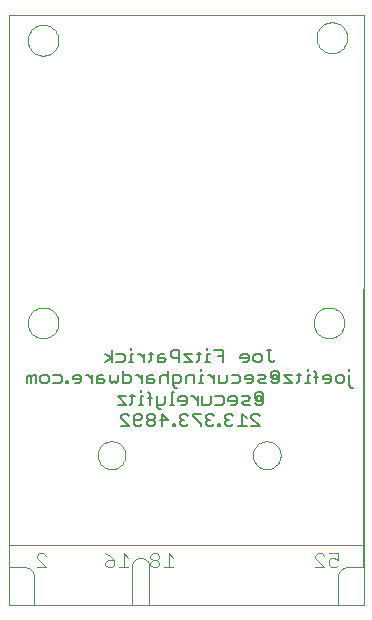
<source format=gbo>
G75*
%MOIN*%
%OFA0B0*%
%FSLAX24Y24*%
%IPPOS*%
%LPD*%
%AMOC8*
5,1,8,0,0,1.08239X$1,22.5*
%
%ADD10C,0.0000*%
%ADD11C,0.0060*%
%ADD12C,0.0040*%
D10*
X000180Y002833D02*
X000180Y022518D01*
X011991Y022518D01*
X011991Y002833D01*
X000180Y002833D01*
X001017Y003776D02*
X001015Y003809D01*
X001010Y003841D01*
X001002Y003873D01*
X000990Y003904D01*
X000975Y003934D01*
X000957Y003961D01*
X000936Y003987D01*
X000913Y004010D01*
X000887Y004031D01*
X000860Y004049D01*
X000830Y004064D01*
X000799Y004076D01*
X000767Y004084D01*
X000735Y004089D01*
X000702Y004091D01*
X000170Y004091D01*
X000170Y013383D01*
X000800Y012241D02*
X000802Y012286D01*
X000808Y012330D01*
X000817Y012374D01*
X000831Y012416D01*
X000848Y012457D01*
X000869Y012497D01*
X000893Y012535D01*
X000920Y012570D01*
X000950Y012603D01*
X000983Y012633D01*
X001018Y012660D01*
X001056Y012684D01*
X001096Y012705D01*
X001137Y012722D01*
X001179Y012736D01*
X001223Y012745D01*
X001267Y012751D01*
X001312Y012753D01*
X001357Y012751D01*
X001401Y012745D01*
X001445Y012736D01*
X001487Y012722D01*
X001528Y012705D01*
X001568Y012684D01*
X001606Y012660D01*
X001641Y012633D01*
X001674Y012603D01*
X001704Y012570D01*
X001731Y012535D01*
X001755Y012497D01*
X001776Y012457D01*
X001793Y012416D01*
X001807Y012374D01*
X001816Y012330D01*
X001822Y012286D01*
X001824Y012241D01*
X001822Y012196D01*
X001816Y012152D01*
X001807Y012108D01*
X001793Y012066D01*
X001776Y012025D01*
X001755Y011985D01*
X001731Y011947D01*
X001704Y011912D01*
X001674Y011879D01*
X001641Y011849D01*
X001606Y011822D01*
X001568Y011798D01*
X001528Y011777D01*
X001487Y011760D01*
X001445Y011746D01*
X001401Y011737D01*
X001357Y011731D01*
X001312Y011729D01*
X001267Y011731D01*
X001223Y011737D01*
X001179Y011746D01*
X001137Y011760D01*
X001096Y011777D01*
X001056Y011798D01*
X001018Y011822D01*
X000983Y011849D01*
X000950Y011879D01*
X000920Y011912D01*
X000893Y011947D01*
X000869Y011985D01*
X000848Y012025D01*
X000831Y012066D01*
X000817Y012108D01*
X000808Y012152D01*
X000802Y012196D01*
X000800Y012241D01*
X003130Y007833D02*
X003132Y007876D01*
X003138Y007918D01*
X003148Y007960D01*
X003161Y008000D01*
X003179Y008039D01*
X003199Y008077D01*
X003224Y008112D01*
X003251Y008145D01*
X003281Y008175D01*
X003314Y008202D01*
X003349Y008227D01*
X003387Y008247D01*
X003426Y008265D01*
X003466Y008278D01*
X003508Y008288D01*
X003550Y008294D01*
X003593Y008296D01*
X003636Y008294D01*
X003678Y008288D01*
X003720Y008278D01*
X003760Y008265D01*
X003799Y008247D01*
X003837Y008227D01*
X003872Y008202D01*
X003905Y008175D01*
X003935Y008145D01*
X003962Y008112D01*
X003987Y008077D01*
X004007Y008039D01*
X004025Y008000D01*
X004038Y007960D01*
X004048Y007918D01*
X004054Y007876D01*
X004056Y007833D01*
X004054Y007790D01*
X004048Y007748D01*
X004038Y007706D01*
X004025Y007666D01*
X004007Y007627D01*
X003987Y007589D01*
X003962Y007554D01*
X003935Y007521D01*
X003905Y007491D01*
X003872Y007464D01*
X003837Y007439D01*
X003799Y007419D01*
X003760Y007401D01*
X003720Y007388D01*
X003678Y007378D01*
X003636Y007372D01*
X003593Y007370D01*
X003550Y007372D01*
X003508Y007378D01*
X003466Y007388D01*
X003426Y007401D01*
X003387Y007419D01*
X003349Y007439D01*
X003314Y007464D01*
X003281Y007491D01*
X003251Y007521D01*
X003224Y007554D01*
X003199Y007589D01*
X003179Y007627D01*
X003161Y007666D01*
X003148Y007706D01*
X003138Y007748D01*
X003132Y007790D01*
X003130Y007833D01*
X004265Y004111D02*
X004265Y002831D01*
X001017Y002831D01*
X001017Y003776D01*
X000170Y004839D02*
X011981Y004839D01*
X011981Y004091D02*
X011981Y013383D01*
X010327Y012241D02*
X010329Y012286D01*
X010335Y012330D01*
X010344Y012374D01*
X010358Y012416D01*
X010375Y012457D01*
X010396Y012497D01*
X010420Y012535D01*
X010447Y012570D01*
X010477Y012603D01*
X010510Y012633D01*
X010545Y012660D01*
X010583Y012684D01*
X010623Y012705D01*
X010664Y012722D01*
X010706Y012736D01*
X010750Y012745D01*
X010794Y012751D01*
X010839Y012753D01*
X010884Y012751D01*
X010928Y012745D01*
X010972Y012736D01*
X011014Y012722D01*
X011055Y012705D01*
X011095Y012684D01*
X011133Y012660D01*
X011168Y012633D01*
X011201Y012603D01*
X011231Y012570D01*
X011258Y012535D01*
X011282Y012497D01*
X011303Y012457D01*
X011320Y012416D01*
X011334Y012374D01*
X011343Y012330D01*
X011349Y012286D01*
X011351Y012241D01*
X011349Y012196D01*
X011343Y012152D01*
X011334Y012108D01*
X011320Y012066D01*
X011303Y012025D01*
X011282Y011985D01*
X011258Y011947D01*
X011231Y011912D01*
X011201Y011879D01*
X011168Y011849D01*
X011133Y011822D01*
X011095Y011798D01*
X011055Y011777D01*
X011014Y011760D01*
X010972Y011746D01*
X010928Y011737D01*
X010884Y011731D01*
X010839Y011729D01*
X010794Y011731D01*
X010750Y011737D01*
X010706Y011746D01*
X010664Y011760D01*
X010623Y011777D01*
X010583Y011798D01*
X010545Y011822D01*
X010510Y011849D01*
X010477Y011879D01*
X010447Y011912D01*
X010420Y011947D01*
X010396Y011985D01*
X010375Y012025D01*
X010358Y012066D01*
X010344Y012108D01*
X010335Y012152D01*
X010329Y012196D01*
X010327Y012241D01*
X008304Y007833D02*
X008306Y007876D01*
X008312Y007918D01*
X008322Y007960D01*
X008335Y008000D01*
X008353Y008039D01*
X008373Y008077D01*
X008398Y008112D01*
X008425Y008145D01*
X008455Y008175D01*
X008488Y008202D01*
X008523Y008227D01*
X008561Y008247D01*
X008600Y008265D01*
X008640Y008278D01*
X008682Y008288D01*
X008724Y008294D01*
X008767Y008296D01*
X008810Y008294D01*
X008852Y008288D01*
X008894Y008278D01*
X008934Y008265D01*
X008973Y008247D01*
X009011Y008227D01*
X009046Y008202D01*
X009079Y008175D01*
X009109Y008145D01*
X009136Y008112D01*
X009161Y008077D01*
X009181Y008039D01*
X009199Y008000D01*
X009212Y007960D01*
X009222Y007918D01*
X009228Y007876D01*
X009230Y007833D01*
X009228Y007790D01*
X009222Y007748D01*
X009212Y007706D01*
X009199Y007666D01*
X009181Y007627D01*
X009161Y007589D01*
X009136Y007554D01*
X009109Y007521D01*
X009079Y007491D01*
X009046Y007464D01*
X009011Y007439D01*
X008973Y007419D01*
X008934Y007401D01*
X008894Y007388D01*
X008852Y007378D01*
X008810Y007372D01*
X008767Y007370D01*
X008724Y007372D01*
X008682Y007378D01*
X008640Y007388D01*
X008600Y007401D01*
X008561Y007419D01*
X008523Y007439D01*
X008488Y007464D01*
X008455Y007491D01*
X008425Y007521D01*
X008398Y007554D01*
X008373Y007589D01*
X008353Y007627D01*
X008335Y007666D01*
X008322Y007706D01*
X008312Y007748D01*
X008306Y007790D01*
X008304Y007833D01*
X011135Y003776D02*
X011135Y002831D01*
X004855Y002831D01*
X004855Y004111D01*
X004853Y004144D01*
X004848Y004177D01*
X004838Y004208D01*
X004826Y004239D01*
X004810Y004268D01*
X004791Y004295D01*
X004769Y004320D01*
X004744Y004342D01*
X004717Y004361D01*
X004688Y004377D01*
X004657Y004389D01*
X004626Y004399D01*
X004593Y004404D01*
X004560Y004406D01*
X004527Y004404D01*
X004494Y004399D01*
X004463Y004389D01*
X004432Y004377D01*
X004403Y004361D01*
X004376Y004342D01*
X004351Y004320D01*
X004329Y004295D01*
X004310Y004268D01*
X004294Y004239D01*
X004282Y004208D01*
X004272Y004177D01*
X004267Y004144D01*
X004265Y004111D01*
X011450Y004091D02*
X011981Y004091D01*
X011450Y004091D02*
X011417Y004089D01*
X011385Y004084D01*
X011353Y004076D01*
X011322Y004064D01*
X011293Y004049D01*
X011265Y004031D01*
X011239Y004010D01*
X011216Y003987D01*
X011195Y003961D01*
X011177Y003934D01*
X011162Y003904D01*
X011150Y003873D01*
X011142Y003841D01*
X011137Y003809D01*
X011135Y003776D01*
X010426Y021749D02*
X010428Y021794D01*
X010434Y021838D01*
X010443Y021882D01*
X010457Y021924D01*
X010474Y021965D01*
X010495Y022005D01*
X010519Y022043D01*
X010546Y022078D01*
X010576Y022111D01*
X010609Y022141D01*
X010644Y022168D01*
X010682Y022192D01*
X010722Y022213D01*
X010763Y022230D01*
X010805Y022244D01*
X010849Y022253D01*
X010893Y022259D01*
X010938Y022261D01*
X010983Y022259D01*
X011027Y022253D01*
X011071Y022244D01*
X011113Y022230D01*
X011154Y022213D01*
X011194Y022192D01*
X011232Y022168D01*
X011267Y022141D01*
X011300Y022111D01*
X011330Y022078D01*
X011357Y022043D01*
X011381Y022005D01*
X011402Y021965D01*
X011419Y021924D01*
X011433Y021882D01*
X011442Y021838D01*
X011448Y021794D01*
X011450Y021749D01*
X011448Y021704D01*
X011442Y021660D01*
X011433Y021616D01*
X011419Y021574D01*
X011402Y021533D01*
X011381Y021493D01*
X011357Y021455D01*
X011330Y021420D01*
X011300Y021387D01*
X011267Y021357D01*
X011232Y021330D01*
X011194Y021306D01*
X011154Y021285D01*
X011113Y021268D01*
X011071Y021254D01*
X011027Y021245D01*
X010983Y021239D01*
X010938Y021237D01*
X010893Y021239D01*
X010849Y021245D01*
X010805Y021254D01*
X010763Y021268D01*
X010722Y021285D01*
X010682Y021306D01*
X010644Y021330D01*
X010609Y021357D01*
X010576Y021387D01*
X010546Y021420D01*
X010519Y021455D01*
X010495Y021493D01*
X010474Y021533D01*
X010457Y021574D01*
X010443Y021616D01*
X010434Y021660D01*
X010428Y021704D01*
X010426Y021749D01*
X000800Y021663D02*
X000802Y021708D01*
X000808Y021752D01*
X000817Y021796D01*
X000831Y021838D01*
X000848Y021879D01*
X000869Y021919D01*
X000893Y021957D01*
X000920Y021992D01*
X000950Y022025D01*
X000983Y022055D01*
X001018Y022082D01*
X001056Y022106D01*
X001096Y022127D01*
X001137Y022144D01*
X001179Y022158D01*
X001223Y022167D01*
X001267Y022173D01*
X001312Y022175D01*
X001357Y022173D01*
X001401Y022167D01*
X001445Y022158D01*
X001487Y022144D01*
X001528Y022127D01*
X001568Y022106D01*
X001606Y022082D01*
X001641Y022055D01*
X001674Y022025D01*
X001704Y021992D01*
X001731Y021957D01*
X001755Y021919D01*
X001776Y021879D01*
X001793Y021838D01*
X001807Y021796D01*
X001816Y021752D01*
X001822Y021708D01*
X001824Y021663D01*
X001822Y021618D01*
X001816Y021574D01*
X001807Y021530D01*
X001793Y021488D01*
X001776Y021447D01*
X001755Y021407D01*
X001731Y021369D01*
X001704Y021334D01*
X001674Y021301D01*
X001641Y021271D01*
X001606Y021244D01*
X001568Y021220D01*
X001528Y021199D01*
X001487Y021182D01*
X001445Y021168D01*
X001401Y021159D01*
X001357Y021153D01*
X001312Y021151D01*
X001267Y021153D01*
X001223Y021159D01*
X001179Y021168D01*
X001137Y021182D01*
X001096Y021199D01*
X001056Y021220D01*
X001018Y021244D01*
X000983Y021271D01*
X000950Y021301D01*
X000920Y021334D01*
X000893Y021369D01*
X000869Y021407D01*
X000848Y021447D01*
X000831Y021488D01*
X000817Y021530D01*
X000808Y021574D01*
X000802Y021618D01*
X000800Y021663D01*
D11*
X003597Y011347D02*
X003597Y010934D01*
X003597Y011072D02*
X003390Y011209D01*
X003597Y011072D02*
X003390Y010934D01*
X003310Y010501D02*
X003173Y010501D01*
X003104Y010432D01*
X003104Y010226D01*
X003310Y010226D01*
X003379Y010294D01*
X003310Y010363D01*
X003104Y010363D01*
X002944Y010363D02*
X002807Y010501D01*
X002738Y010501D01*
X002582Y010432D02*
X002582Y010294D01*
X002513Y010226D01*
X002375Y010226D01*
X002306Y010363D02*
X002306Y010432D01*
X002375Y010501D01*
X002513Y010501D01*
X002582Y010432D01*
X002582Y010363D02*
X002306Y010363D01*
X002147Y010294D02*
X002078Y010294D01*
X002078Y010226D01*
X002147Y010226D01*
X002147Y010294D01*
X001929Y010294D02*
X001860Y010226D01*
X001654Y010226D01*
X001494Y010294D02*
X001494Y010432D01*
X001425Y010501D01*
X001288Y010501D01*
X001219Y010432D01*
X001219Y010294D01*
X001288Y010226D01*
X001425Y010226D01*
X001494Y010294D01*
X001654Y010501D02*
X001860Y010501D01*
X001929Y010432D01*
X001929Y010294D01*
X001059Y010226D02*
X001059Y010501D01*
X000990Y010501D01*
X000921Y010432D01*
X000853Y010501D01*
X000784Y010432D01*
X000784Y010226D01*
X000921Y010226D02*
X000921Y010432D01*
X002944Y010501D02*
X002944Y010226D01*
X003539Y010294D02*
X003539Y010501D01*
X003539Y010294D02*
X003608Y010226D01*
X003677Y010294D01*
X003745Y010226D01*
X003814Y010294D01*
X003814Y010501D01*
X003974Y010501D02*
X004180Y010501D01*
X004249Y010432D01*
X004249Y010294D01*
X004180Y010226D01*
X003974Y010226D01*
X003974Y010638D01*
X003963Y010934D02*
X003756Y010934D01*
X003756Y011209D02*
X003963Y011209D01*
X004032Y011141D01*
X004032Y011003D01*
X003963Y010934D01*
X004184Y010934D02*
X004322Y010934D01*
X004253Y010934D02*
X004253Y011209D01*
X004322Y011209D01*
X004253Y011347D02*
X004253Y011416D01*
X004478Y011209D02*
X004547Y011209D01*
X004684Y011072D01*
X004684Y011209D02*
X004684Y010934D01*
X004837Y010934D02*
X004905Y011003D01*
X004905Y011278D01*
X004837Y011209D02*
X004974Y011209D01*
X005134Y011141D02*
X005134Y010934D01*
X005340Y010934D01*
X005409Y011003D01*
X005340Y011072D01*
X005134Y011072D01*
X005134Y011141D02*
X005203Y011209D01*
X005340Y011209D01*
X005569Y011141D02*
X005638Y011072D01*
X005844Y011072D01*
X005844Y010934D02*
X005844Y011347D01*
X005638Y011347D01*
X005569Y011278D01*
X005569Y011141D01*
X005482Y010638D02*
X005482Y010226D01*
X005642Y010226D02*
X005848Y010226D01*
X005917Y010294D01*
X005917Y010432D01*
X005848Y010501D01*
X005642Y010501D01*
X005642Y010157D01*
X005710Y010088D01*
X005779Y010088D01*
X005663Y009930D02*
X005594Y009930D01*
X005594Y009517D01*
X005663Y009517D02*
X005525Y009517D01*
X005373Y009586D02*
X005373Y009792D01*
X005373Y009586D02*
X005304Y009517D01*
X005098Y009517D01*
X005098Y009448D02*
X005167Y009379D01*
X005235Y009379D01*
X005275Y009221D02*
X005482Y009015D01*
X005207Y009015D01*
X005047Y009083D02*
X005047Y009152D01*
X004978Y009221D01*
X004840Y009221D01*
X004772Y009152D01*
X004772Y009083D01*
X004840Y009015D01*
X004978Y009015D01*
X005047Y009083D01*
X004978Y009015D02*
X005047Y008946D01*
X005047Y008877D01*
X004978Y008808D01*
X004840Y008808D01*
X004772Y008877D01*
X004772Y008946D01*
X004840Y009015D01*
X004612Y009083D02*
X004543Y009015D01*
X004336Y009015D01*
X004336Y009152D02*
X004336Y008877D01*
X004405Y008808D01*
X004543Y008808D01*
X004612Y008877D01*
X004612Y009083D02*
X004612Y009152D01*
X004543Y009221D01*
X004405Y009221D01*
X004336Y009152D01*
X004177Y009152D02*
X004108Y009221D01*
X003970Y009221D01*
X003901Y009152D01*
X003901Y009083D01*
X004177Y008808D01*
X003901Y008808D01*
X003793Y009517D02*
X004068Y009517D01*
X003793Y009792D01*
X004068Y009792D01*
X004220Y009792D02*
X004358Y009792D01*
X004289Y009861D02*
X004289Y009586D01*
X004220Y009517D01*
X004510Y009517D02*
X004648Y009517D01*
X004579Y009517D02*
X004579Y009792D01*
X004648Y009792D01*
X004579Y009930D02*
X004579Y009998D01*
X004612Y010226D02*
X004612Y010501D01*
X004612Y010363D02*
X004474Y010501D01*
X004405Y010501D01*
X004772Y010432D02*
X004772Y010226D01*
X004978Y010226D01*
X005047Y010294D01*
X004978Y010363D01*
X004772Y010363D01*
X004772Y010432D02*
X004840Y010501D01*
X004978Y010501D01*
X005207Y010432D02*
X005207Y010226D01*
X005207Y010432D02*
X005275Y010501D01*
X005413Y010501D01*
X005482Y010432D01*
X005892Y009792D02*
X005823Y009723D01*
X005823Y009654D01*
X006098Y009654D01*
X006098Y009586D02*
X006098Y009723D01*
X006029Y009792D01*
X005892Y009792D01*
X005892Y009517D02*
X006029Y009517D01*
X006098Y009586D01*
X006254Y009792D02*
X006323Y009792D01*
X006461Y009654D01*
X006461Y009517D02*
X006461Y009792D01*
X006620Y009792D02*
X006620Y009517D01*
X006827Y009517D01*
X006896Y009586D01*
X006896Y009792D01*
X007055Y009792D02*
X007262Y009792D01*
X007331Y009723D01*
X007331Y009586D01*
X007262Y009517D01*
X007055Y009517D01*
X006935Y009221D02*
X006798Y009221D01*
X006729Y009152D01*
X006729Y009083D01*
X006798Y009015D01*
X006729Y008946D01*
X006729Y008877D01*
X006798Y008808D01*
X006935Y008808D01*
X007004Y008877D01*
X007153Y008877D02*
X007153Y008808D01*
X007222Y008808D01*
X007222Y008877D01*
X007153Y008877D01*
X007004Y009152D02*
X006935Y009221D01*
X006867Y009015D02*
X006798Y009015D01*
X006569Y008877D02*
X006569Y008808D01*
X006569Y008877D02*
X006294Y009152D01*
X006294Y009221D01*
X006569Y009221D01*
X006134Y009152D02*
X006065Y009221D01*
X005928Y009221D01*
X005859Y009152D01*
X005859Y009083D01*
X005928Y009015D01*
X005859Y008946D01*
X005859Y008877D01*
X005928Y008808D01*
X006065Y008808D01*
X006134Y008877D01*
X005997Y009015D02*
X005928Y009015D01*
X005699Y008877D02*
X005699Y008808D01*
X005630Y008808D01*
X005630Y008877D01*
X005699Y008877D01*
X005275Y008808D02*
X005275Y009221D01*
X005098Y009448D02*
X005098Y009792D01*
X004938Y009723D02*
X004800Y009723D01*
X004869Y009861D02*
X004800Y009930D01*
X004869Y009861D02*
X004869Y009517D01*
X006077Y010226D02*
X006077Y010432D01*
X006145Y010501D01*
X006352Y010501D01*
X006352Y010226D01*
X006504Y010226D02*
X006642Y010226D01*
X006573Y010226D02*
X006573Y010501D01*
X006642Y010501D01*
X006573Y010638D02*
X006573Y010707D01*
X006432Y010934D02*
X006500Y011003D01*
X006500Y011278D01*
X006432Y011209D02*
X006569Y011209D01*
X006790Y011209D02*
X006790Y010934D01*
X006722Y010934D02*
X006859Y010934D01*
X006859Y011209D02*
X006790Y011209D01*
X006790Y011347D02*
X006790Y011416D01*
X007019Y011347D02*
X007294Y011347D01*
X007294Y010934D01*
X007294Y011141D02*
X007157Y011141D01*
X007164Y010501D02*
X007164Y010226D01*
X007371Y010226D01*
X007439Y010294D01*
X007439Y010501D01*
X007599Y010501D02*
X007806Y010501D01*
X007874Y010432D01*
X007874Y010294D01*
X007806Y010226D01*
X007599Y010226D01*
X007559Y009792D02*
X007490Y009723D01*
X007490Y009654D01*
X007766Y009654D01*
X007766Y009586D02*
X007766Y009723D01*
X007697Y009792D01*
X007559Y009792D01*
X007559Y009517D02*
X007697Y009517D01*
X007766Y009586D01*
X007925Y009586D02*
X007994Y009654D01*
X008132Y009654D01*
X008201Y009723D01*
X008132Y009792D01*
X007925Y009792D01*
X007925Y009586D02*
X007994Y009517D01*
X008201Y009517D01*
X008360Y009586D02*
X008429Y009517D01*
X008567Y009517D01*
X008636Y009586D01*
X008636Y009861D01*
X008567Y009930D01*
X008429Y009930D01*
X008360Y009861D01*
X008360Y009723D01*
X008429Y009654D01*
X008429Y009792D01*
X008567Y009792D01*
X008567Y009654D01*
X008429Y009654D01*
X008458Y009221D02*
X008320Y009221D01*
X008252Y009152D01*
X008252Y009083D01*
X008527Y008808D01*
X008252Y008808D01*
X008092Y008808D02*
X007817Y008808D01*
X007954Y008808D02*
X007954Y009221D01*
X008092Y009083D01*
X008458Y009221D02*
X008527Y009152D01*
X008538Y010226D02*
X008469Y010294D01*
X008538Y010363D01*
X008676Y010363D01*
X008744Y010432D01*
X008676Y010501D01*
X008469Y010501D01*
X008309Y010432D02*
X008309Y010294D01*
X008241Y010226D01*
X008103Y010226D01*
X008034Y010363D02*
X008309Y010363D01*
X008309Y010432D02*
X008241Y010501D01*
X008103Y010501D01*
X008034Y010432D01*
X008034Y010363D01*
X008096Y010934D02*
X007958Y010934D01*
X008096Y010934D02*
X008164Y011003D01*
X008164Y011141D01*
X008096Y011209D01*
X007958Y011209D01*
X007889Y011141D01*
X007889Y011072D01*
X008164Y011072D01*
X008324Y011141D02*
X008393Y011209D01*
X008531Y011209D01*
X008599Y011141D01*
X008599Y011003D01*
X008531Y010934D01*
X008393Y010934D01*
X008324Y011003D01*
X008324Y011141D01*
X008759Y011347D02*
X008897Y011347D01*
X008828Y011347D02*
X008828Y011003D01*
X008897Y010934D01*
X008966Y010934D01*
X009034Y011003D01*
X008973Y010638D02*
X008904Y010570D01*
X008904Y010432D01*
X008973Y010363D01*
X008973Y010501D01*
X009111Y010501D01*
X009111Y010363D01*
X008973Y010363D01*
X008904Y010294D02*
X008973Y010226D01*
X009111Y010226D01*
X009179Y010294D01*
X009179Y010570D01*
X009111Y010638D01*
X008973Y010638D01*
X008744Y010226D02*
X008538Y010226D01*
X009339Y010226D02*
X009614Y010226D01*
X009339Y010501D01*
X009614Y010501D01*
X009767Y010501D02*
X009904Y010501D01*
X009836Y010570D02*
X009836Y010294D01*
X009767Y010226D01*
X010057Y010226D02*
X010194Y010226D01*
X010126Y010226D02*
X010126Y010501D01*
X010194Y010501D01*
X010126Y010638D02*
X010126Y010707D01*
X010347Y010638D02*
X010416Y010570D01*
X010416Y010226D01*
X010484Y010432D02*
X010347Y010432D01*
X010644Y010432D02*
X010644Y010363D01*
X010919Y010363D01*
X010919Y010294D02*
X010919Y010432D01*
X010851Y010501D01*
X010713Y010501D01*
X010644Y010432D01*
X010713Y010226D02*
X010851Y010226D01*
X010919Y010294D01*
X011079Y010294D02*
X011079Y010432D01*
X011148Y010501D01*
X011286Y010501D01*
X011354Y010432D01*
X011354Y010294D01*
X011286Y010226D01*
X011148Y010226D01*
X011079Y010294D01*
X011507Y010157D02*
X011507Y010501D01*
X011507Y010638D02*
X011507Y010707D01*
X011507Y010157D02*
X011576Y010088D01*
X011644Y010088D01*
X007657Y009152D02*
X007588Y009221D01*
X007450Y009221D01*
X007382Y009152D01*
X007382Y009083D01*
X007450Y009015D01*
X007382Y008946D01*
X007382Y008877D01*
X007450Y008808D01*
X007588Y008808D01*
X007657Y008877D01*
X007519Y009015D02*
X007450Y009015D01*
X007004Y010226D02*
X007004Y010501D01*
X006867Y010501D02*
X007004Y010363D01*
X006867Y010501D02*
X006798Y010501D01*
X006279Y010934D02*
X006004Y010934D01*
X006004Y011209D02*
X006279Y010934D01*
X006279Y011209D02*
X006004Y011209D01*
D12*
X005497Y004562D02*
X005497Y004101D01*
X005650Y004101D02*
X005343Y004101D01*
X005190Y004178D02*
X005190Y004255D01*
X005113Y004332D01*
X004960Y004332D01*
X004883Y004255D01*
X004883Y004178D01*
X004960Y004101D01*
X005113Y004101D01*
X005190Y004178D01*
X005113Y004332D02*
X005190Y004408D01*
X005190Y004485D01*
X005113Y004562D01*
X004960Y004562D01*
X004883Y004485D01*
X004883Y004408D01*
X004960Y004332D01*
X005497Y004562D02*
X005650Y004408D01*
X004150Y004408D02*
X003997Y004562D01*
X003997Y004101D01*
X004150Y004101D02*
X003843Y004101D01*
X003690Y004178D02*
X003690Y004332D01*
X003460Y004332D01*
X003383Y004255D01*
X003383Y004178D01*
X003460Y004101D01*
X003613Y004101D01*
X003690Y004178D01*
X003690Y004332D02*
X003536Y004485D01*
X003383Y004562D01*
X001400Y004485D02*
X001323Y004562D01*
X001170Y004562D01*
X001093Y004485D01*
X001093Y004408D01*
X001400Y004101D01*
X001093Y004101D01*
X010383Y004101D02*
X010690Y004101D01*
X010383Y004408D01*
X010383Y004485D01*
X010460Y004562D01*
X010613Y004562D01*
X010690Y004485D01*
X010843Y004562D02*
X011150Y004562D01*
X011150Y004332D01*
X010997Y004408D01*
X010920Y004408D01*
X010843Y004332D01*
X010843Y004178D01*
X010920Y004101D01*
X011073Y004101D01*
X011150Y004178D01*
M02*

</source>
